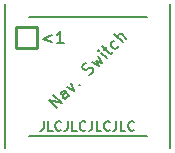
<source format=gto>
G04 #@! TF.GenerationSoftware,KiCad,Pcbnew,7.0.7*
G04 #@! TF.CreationDate,2023-09-18T19:37:29-04:00*
G04 #@! TF.ProjectId,Nav Switch Mount,4e617620-5377-4697-9463-68204d6f756e,rev?*
G04 #@! TF.SameCoordinates,Original*
G04 #@! TF.FileFunction,Legend,Top*
G04 #@! TF.FilePolarity,Positive*
%FSLAX46Y46*%
G04 Gerber Fmt 4.6, Leading zero omitted, Abs format (unit mm)*
G04 Created by KiCad (PCBNEW 7.0.7) date 2023-09-18 19:37:29*
%MOMM*%
%LPD*%
G01*
G04 APERTURE LIST*
G04 Aperture macros list*
%AMRoundRect*
0 Rectangle with rounded corners*
0 $1 Rounding radius*
0 $2 $3 $4 $5 $6 $7 $8 $9 X,Y pos of 4 corners*
0 Add a 4 corners polygon primitive as box body*
4,1,4,$2,$3,$4,$5,$6,$7,$8,$9,$2,$3,0*
0 Add four circle primitives for the rounded corners*
1,1,$1+$1,$2,$3*
1,1,$1+$1,$4,$5*
1,1,$1+$1,$6,$7*
1,1,$1+$1,$8,$9*
0 Add four rect primitives between the rounded corners*
20,1,$1+$1,$2,$3,$4,$5,0*
20,1,$1+$1,$4,$5,$6,$7,0*
20,1,$1+$1,$6,$7,$8,$9,0*
20,1,$1+$1,$8,$9,$2,$3,0*%
G04 Aperture macros list end*
%ADD10C,0.150000*%
%ADD11C,0.127000*%
%ADD12C,0.000000*%
%ADD13C,2.100000*%
%ADD14RoundRect,0.102000X-0.900000X-0.900000X0.900000X-0.900000X0.900000X0.900000X-0.900000X0.900000X0*%
%ADD15C,1.712000*%
%ADD16C,2.004000*%
G04 APERTURE END LIST*
D10*
X152050000Y-58100000D02*
X152050000Y-45900000D01*
X166050000Y-45900000D02*
X166050000Y-58100000D01*
X155998684Y-48529902D02*
X155236779Y-48815616D01*
X155236779Y-48815616D02*
X155998684Y-49101330D01*
X156998683Y-49196569D02*
X156427255Y-49196569D01*
X156712969Y-49196569D02*
X156712969Y-48196569D01*
X156712969Y-48196569D02*
X156617731Y-48339426D01*
X156617731Y-48339426D02*
X156522493Y-48434664D01*
X156522493Y-48434664D02*
X156427255Y-48482283D01*
X155308445Y-55794295D02*
X155308445Y-56365723D01*
X155308445Y-56365723D02*
X155270350Y-56480009D01*
X155270350Y-56480009D02*
X155194159Y-56556200D01*
X155194159Y-56556200D02*
X155079874Y-56594295D01*
X155079874Y-56594295D02*
X155003683Y-56594295D01*
X156070350Y-56594295D02*
X155689398Y-56594295D01*
X155689398Y-56594295D02*
X155689398Y-55794295D01*
X156794160Y-56518104D02*
X156756064Y-56556200D01*
X156756064Y-56556200D02*
X156641779Y-56594295D01*
X156641779Y-56594295D02*
X156565588Y-56594295D01*
X156565588Y-56594295D02*
X156451302Y-56556200D01*
X156451302Y-56556200D02*
X156375112Y-56480009D01*
X156375112Y-56480009D02*
X156337017Y-56403819D01*
X156337017Y-56403819D02*
X156298921Y-56251438D01*
X156298921Y-56251438D02*
X156298921Y-56137152D01*
X156298921Y-56137152D02*
X156337017Y-55984771D01*
X156337017Y-55984771D02*
X156375112Y-55908580D01*
X156375112Y-55908580D02*
X156451302Y-55832390D01*
X156451302Y-55832390D02*
X156565588Y-55794295D01*
X156565588Y-55794295D02*
X156641779Y-55794295D01*
X156641779Y-55794295D02*
X156756064Y-55832390D01*
X156756064Y-55832390D02*
X156794160Y-55870485D01*
X157365588Y-55794295D02*
X157365588Y-56365723D01*
X157365588Y-56365723D02*
X157327493Y-56480009D01*
X157327493Y-56480009D02*
X157251302Y-56556200D01*
X157251302Y-56556200D02*
X157137017Y-56594295D01*
X157137017Y-56594295D02*
X157060826Y-56594295D01*
X158127493Y-56594295D02*
X157746541Y-56594295D01*
X157746541Y-56594295D02*
X157746541Y-55794295D01*
X158851303Y-56518104D02*
X158813207Y-56556200D01*
X158813207Y-56556200D02*
X158698922Y-56594295D01*
X158698922Y-56594295D02*
X158622731Y-56594295D01*
X158622731Y-56594295D02*
X158508445Y-56556200D01*
X158508445Y-56556200D02*
X158432255Y-56480009D01*
X158432255Y-56480009D02*
X158394160Y-56403819D01*
X158394160Y-56403819D02*
X158356064Y-56251438D01*
X158356064Y-56251438D02*
X158356064Y-56137152D01*
X158356064Y-56137152D02*
X158394160Y-55984771D01*
X158394160Y-55984771D02*
X158432255Y-55908580D01*
X158432255Y-55908580D02*
X158508445Y-55832390D01*
X158508445Y-55832390D02*
X158622731Y-55794295D01*
X158622731Y-55794295D02*
X158698922Y-55794295D01*
X158698922Y-55794295D02*
X158813207Y-55832390D01*
X158813207Y-55832390D02*
X158851303Y-55870485D01*
X159422731Y-55794295D02*
X159422731Y-56365723D01*
X159422731Y-56365723D02*
X159384636Y-56480009D01*
X159384636Y-56480009D02*
X159308445Y-56556200D01*
X159308445Y-56556200D02*
X159194160Y-56594295D01*
X159194160Y-56594295D02*
X159117969Y-56594295D01*
X160184636Y-56594295D02*
X159803684Y-56594295D01*
X159803684Y-56594295D02*
X159803684Y-55794295D01*
X160908446Y-56518104D02*
X160870350Y-56556200D01*
X160870350Y-56556200D02*
X160756065Y-56594295D01*
X160756065Y-56594295D02*
X160679874Y-56594295D01*
X160679874Y-56594295D02*
X160565588Y-56556200D01*
X160565588Y-56556200D02*
X160489398Y-56480009D01*
X160489398Y-56480009D02*
X160451303Y-56403819D01*
X160451303Y-56403819D02*
X160413207Y-56251438D01*
X160413207Y-56251438D02*
X160413207Y-56137152D01*
X160413207Y-56137152D02*
X160451303Y-55984771D01*
X160451303Y-55984771D02*
X160489398Y-55908580D01*
X160489398Y-55908580D02*
X160565588Y-55832390D01*
X160565588Y-55832390D02*
X160679874Y-55794295D01*
X160679874Y-55794295D02*
X160756065Y-55794295D01*
X160756065Y-55794295D02*
X160870350Y-55832390D01*
X160870350Y-55832390D02*
X160908446Y-55870485D01*
X161479874Y-55794295D02*
X161479874Y-56365723D01*
X161479874Y-56365723D02*
X161441779Y-56480009D01*
X161441779Y-56480009D02*
X161365588Y-56556200D01*
X161365588Y-56556200D02*
X161251303Y-56594295D01*
X161251303Y-56594295D02*
X161175112Y-56594295D01*
X162241779Y-56594295D02*
X161860827Y-56594295D01*
X161860827Y-56594295D02*
X161860827Y-55794295D01*
X162965589Y-56518104D02*
X162927493Y-56556200D01*
X162927493Y-56556200D02*
X162813208Y-56594295D01*
X162813208Y-56594295D02*
X162737017Y-56594295D01*
X162737017Y-56594295D02*
X162622731Y-56556200D01*
X162622731Y-56556200D02*
X162546541Y-56480009D01*
X162546541Y-56480009D02*
X162508446Y-56403819D01*
X162508446Y-56403819D02*
X162470350Y-56251438D01*
X162470350Y-56251438D02*
X162470350Y-56137152D01*
X162470350Y-56137152D02*
X162508446Y-55984771D01*
X162508446Y-55984771D02*
X162546541Y-55908580D01*
X162546541Y-55908580D02*
X162622731Y-55832390D01*
X162622731Y-55832390D02*
X162737017Y-55794295D01*
X162737017Y-55794295D02*
X162813208Y-55794295D01*
X162813208Y-55794295D02*
X162927493Y-55832390D01*
X162927493Y-55832390D02*
X162965589Y-55870485D01*
X156442162Y-54676047D02*
X155735055Y-53968940D01*
X155735055Y-53968940D02*
X156846223Y-54271986D01*
X156846223Y-54271986D02*
X156139116Y-53564879D01*
X157485986Y-53632223D02*
X157115597Y-53261834D01*
X157115597Y-53261834D02*
X157014582Y-53228162D01*
X157014582Y-53228162D02*
X156913567Y-53261834D01*
X156913567Y-53261834D02*
X156778880Y-53396521D01*
X156778880Y-53396521D02*
X156745208Y-53497536D01*
X157452315Y-53598551D02*
X157418643Y-53699566D01*
X157418643Y-53699566D02*
X157250284Y-53867925D01*
X157250284Y-53867925D02*
X157149269Y-53901597D01*
X157149269Y-53901597D02*
X157048254Y-53867925D01*
X157048254Y-53867925D02*
X156980910Y-53800582D01*
X156980910Y-53800582D02*
X156947238Y-53699566D01*
X156947238Y-53699566D02*
X156980910Y-53598551D01*
X156980910Y-53598551D02*
X157149269Y-53430192D01*
X157149269Y-53430192D02*
X157182941Y-53329177D01*
X157283956Y-52891444D02*
X157923719Y-53194490D01*
X157923719Y-53194490D02*
X157620673Y-52554727D01*
X158294109Y-52689414D02*
X158361452Y-52689414D01*
X158361452Y-52689414D02*
X158361452Y-52756757D01*
X158361452Y-52756757D02*
X158294109Y-52756757D01*
X158294109Y-52756757D02*
X158294109Y-52689414D01*
X158294109Y-52689414D02*
X158361452Y-52756757D01*
X159169574Y-51881292D02*
X159304261Y-51813948D01*
X159304261Y-51813948D02*
X159472620Y-51645590D01*
X159472620Y-51645590D02*
X159506291Y-51544574D01*
X159506291Y-51544574D02*
X159506291Y-51477231D01*
X159506291Y-51477231D02*
X159472620Y-51376216D01*
X159472620Y-51376216D02*
X159405276Y-51308872D01*
X159405276Y-51308872D02*
X159304261Y-51275200D01*
X159304261Y-51275200D02*
X159236917Y-51275200D01*
X159236917Y-51275200D02*
X159135902Y-51308872D01*
X159135902Y-51308872D02*
X158967543Y-51409887D01*
X158967543Y-51409887D02*
X158866528Y-51443559D01*
X158866528Y-51443559D02*
X158799185Y-51443559D01*
X158799185Y-51443559D02*
X158698169Y-51409887D01*
X158698169Y-51409887D02*
X158630826Y-51342544D01*
X158630826Y-51342544D02*
X158597154Y-51241529D01*
X158597154Y-51241529D02*
X158597154Y-51174185D01*
X158597154Y-51174185D02*
X158630826Y-51073170D01*
X158630826Y-51073170D02*
X158799185Y-50904811D01*
X158799185Y-50904811D02*
X158933872Y-50837468D01*
X159371604Y-50803796D02*
X159977696Y-51140513D01*
X159977696Y-51140513D02*
X159775665Y-50669109D01*
X159775665Y-50669109D02*
X160247070Y-50871139D01*
X160247070Y-50871139D02*
X159910352Y-50265048D01*
X160651131Y-50467078D02*
X160179726Y-49995674D01*
X159944024Y-49759971D02*
X159944024Y-49827315D01*
X159944024Y-49827315D02*
X160011368Y-49827315D01*
X160011368Y-49827315D02*
X160011368Y-49759971D01*
X160011368Y-49759971D02*
X159944024Y-49759971D01*
X159944024Y-49759971D02*
X160011368Y-49827315D01*
X160415428Y-49759972D02*
X160684802Y-49490598D01*
X160280741Y-49423254D02*
X160886833Y-50029346D01*
X160886833Y-50029346D02*
X160987848Y-50063018D01*
X160987848Y-50063018D02*
X161088863Y-50029346D01*
X161088863Y-50029346D02*
X161156207Y-49962002D01*
X161661284Y-49389582D02*
X161627612Y-49490598D01*
X161627612Y-49490598D02*
X161492925Y-49625285D01*
X161492925Y-49625285D02*
X161391909Y-49658956D01*
X161391909Y-49658956D02*
X161324566Y-49658956D01*
X161324566Y-49658956D02*
X161223551Y-49625285D01*
X161223551Y-49625285D02*
X161021520Y-49423254D01*
X161021520Y-49423254D02*
X160987848Y-49322239D01*
X160987848Y-49322239D02*
X160987848Y-49254895D01*
X160987848Y-49254895D02*
X161021520Y-49153880D01*
X161021520Y-49153880D02*
X161156207Y-49019193D01*
X161156207Y-49019193D02*
X161257222Y-48985521D01*
X161998001Y-49120208D02*
X161290894Y-48413101D01*
X162301047Y-48817162D02*
X161930658Y-48446773D01*
X161930658Y-48446773D02*
X161829642Y-48413101D01*
X161829642Y-48413101D02*
X161728627Y-48446773D01*
X161728627Y-48446773D02*
X161627612Y-48547788D01*
X161627612Y-48547788D02*
X161593940Y-48648804D01*
X161593940Y-48648804D02*
X161593940Y-48716147D01*
D11*
X154050000Y-46975000D02*
X164050000Y-46975000D01*
X154050000Y-57025000D02*
X164050000Y-57025000D01*
%LPC*%
D12*
G36*
X168234937Y-55243364D02*
G01*
X168235541Y-55243409D01*
X168236143Y-55243483D01*
X168236740Y-55243585D01*
X168237333Y-55243715D01*
X168237920Y-55243872D01*
X168238501Y-55244054D01*
X168239074Y-55244262D01*
X168239638Y-55244495D01*
X168240194Y-55244751D01*
X168240739Y-55245031D01*
X168241273Y-55245332D01*
X168241795Y-55245656D01*
X168242304Y-55246000D01*
X168242800Y-55246365D01*
X168243281Y-55246749D01*
X168243746Y-55247151D01*
X168244195Y-55247571D01*
X168244627Y-55248009D01*
X168245040Y-55248463D01*
X168245435Y-55248933D01*
X168245809Y-55249417D01*
X168246162Y-55249916D01*
X168246494Y-55250429D01*
X168246803Y-55250954D01*
X168247088Y-55251491D01*
X168247349Y-55252039D01*
X168247584Y-55252598D01*
X168247793Y-55253166D01*
X168247975Y-55253744D01*
X168248129Y-55254330D01*
X168248254Y-55254923D01*
X168298503Y-55524870D01*
X168298630Y-55525468D01*
X168298784Y-55526068D01*
X168299170Y-55527271D01*
X168299655Y-55528469D01*
X168300232Y-55529656D01*
X168300893Y-55530824D01*
X168301633Y-55531964D01*
X168302444Y-55533069D01*
X168303319Y-55534132D01*
X168304253Y-55535143D01*
X168305238Y-55536096D01*
X168306266Y-55536982D01*
X168307333Y-55537794D01*
X168308430Y-55538524D01*
X168309552Y-55539164D01*
X168310119Y-55539448D01*
X168310690Y-55539706D01*
X168311264Y-55539938D01*
X168311839Y-55540143D01*
X168492767Y-55614206D01*
X168493891Y-55614701D01*
X168495083Y-55615115D01*
X168496333Y-55615447D01*
X168497629Y-55615700D01*
X168498963Y-55615873D01*
X168500322Y-55615967D01*
X168501697Y-55615984D01*
X168503077Y-55615923D01*
X168504451Y-55615786D01*
X168505810Y-55615573D01*
X168507142Y-55615285D01*
X168508438Y-55614923D01*
X168509686Y-55614487D01*
X168510876Y-55613979D01*
X168511998Y-55613398D01*
X168513041Y-55612746D01*
X168738566Y-55457982D01*
X168739074Y-55457652D01*
X168739597Y-55457346D01*
X168740134Y-55457067D01*
X168740683Y-55456813D01*
X168741245Y-55456584D01*
X168741816Y-55456381D01*
X168742397Y-55456203D01*
X168742987Y-55456050D01*
X168743583Y-55455923D01*
X168744185Y-55455820D01*
X168745402Y-55455688D01*
X168746628Y-55455655D01*
X168747855Y-55455720D01*
X168749074Y-55455881D01*
X168750274Y-55456139D01*
X168751447Y-55456491D01*
X168752021Y-55456703D01*
X168752584Y-55456938D01*
X168753136Y-55457196D01*
X168753676Y-55457478D01*
X168754202Y-55457782D01*
X168754713Y-55458110D01*
X168755208Y-55458461D01*
X168755686Y-55458834D01*
X168756145Y-55459231D01*
X168756585Y-55459649D01*
X168946515Y-55649579D01*
X168946934Y-55650019D01*
X168947330Y-55650479D01*
X168947703Y-55650957D01*
X168948053Y-55651453D01*
X168948381Y-55651964D01*
X168948685Y-55652490D01*
X168949223Y-55653583D01*
X168949667Y-55654721D01*
X168950018Y-55655896D01*
X168950273Y-55657097D01*
X168950433Y-55658317D01*
X168950496Y-55659546D01*
X168950462Y-55660774D01*
X168950331Y-55661992D01*
X168950101Y-55663191D01*
X168949772Y-55664363D01*
X168949570Y-55664935D01*
X168949343Y-55665496D01*
X168949091Y-55666046D01*
X168948813Y-55666584D01*
X168948510Y-55667107D01*
X168948182Y-55667615D01*
X168796118Y-55889250D01*
X168795464Y-55890297D01*
X168794883Y-55891421D01*
X168794377Y-55892611D01*
X168793946Y-55893856D01*
X168793590Y-55895147D01*
X168793310Y-55896473D01*
X168793108Y-55897824D01*
X168792982Y-55899190D01*
X168792935Y-55900561D01*
X168792967Y-55901926D01*
X168793078Y-55903276D01*
X168793269Y-55904599D01*
X168793541Y-55905886D01*
X168793894Y-55907127D01*
X168794330Y-55908311D01*
X168794848Y-55909429D01*
X168874849Y-56096072D01*
X168875306Y-56097218D01*
X168875868Y-56098354D01*
X168876526Y-56099472D01*
X168877274Y-56100566D01*
X168878103Y-56101630D01*
X168879004Y-56102656D01*
X168879971Y-56103637D01*
X168880995Y-56104568D01*
X168882069Y-56105440D01*
X168883184Y-56106248D01*
X168884332Y-56106985D01*
X168885505Y-56107644D01*
X168886697Y-56108217D01*
X168887898Y-56108699D01*
X168889101Y-56109082D01*
X168890297Y-56109361D01*
X169151290Y-56157895D01*
X169151881Y-56158022D01*
X169152466Y-56158179D01*
X169153042Y-56158363D01*
X169153609Y-56158574D01*
X169154167Y-56158812D01*
X169154714Y-56159074D01*
X169155250Y-56159361D01*
X169155774Y-56159671D01*
X169156784Y-56160358D01*
X169157736Y-56161128D01*
X169158626Y-56161975D01*
X169159448Y-56162890D01*
X169160195Y-56163867D01*
X169160861Y-56164899D01*
X169161441Y-56165979D01*
X169161696Y-56166535D01*
X169161928Y-56167100D01*
X169162135Y-56167673D01*
X169162317Y-56168254D01*
X169162472Y-56168842D01*
X169162601Y-56169436D01*
X169162702Y-56170034D01*
X169162775Y-56170637D01*
X169162818Y-56171242D01*
X169162832Y-56171850D01*
X169162800Y-56440463D01*
X169162785Y-56441070D01*
X169162740Y-56441675D01*
X169162666Y-56442277D01*
X169162563Y-56442875D01*
X169162433Y-56443468D01*
X169162276Y-56444056D01*
X169162093Y-56444637D01*
X169161885Y-56445211D01*
X169161652Y-56445777D01*
X169161395Y-56446333D01*
X169161115Y-56446880D01*
X169160812Y-56447415D01*
X169160488Y-56447938D01*
X169160144Y-56448449D01*
X169159779Y-56448946D01*
X169159394Y-56449428D01*
X169158992Y-56449894D01*
X169158571Y-56450344D01*
X169158133Y-56450777D01*
X169157679Y-56451191D01*
X169157209Y-56451586D01*
X169156724Y-56451961D01*
X169156226Y-56452315D01*
X169155714Y-56452647D01*
X169155189Y-56452956D01*
X169154652Y-56453241D01*
X169154105Y-56453502D01*
X169153547Y-56453737D01*
X169152979Y-56453945D01*
X169152403Y-56454127D01*
X169151818Y-56454279D01*
X169151226Y-56454403D01*
X168896647Y-56501778D01*
X168896048Y-56501901D01*
X168895448Y-56502052D01*
X168894847Y-56502229D01*
X168894246Y-56502433D01*
X168893051Y-56502914D01*
X168891870Y-56503490D01*
X168890711Y-56504152D01*
X168889580Y-56504894D01*
X168888487Y-56505708D01*
X168887437Y-56506589D01*
X168886440Y-56507528D01*
X168885501Y-56508519D01*
X168884631Y-56509555D01*
X168883834Y-56510628D01*
X168883120Y-56511733D01*
X168882496Y-56512861D01*
X168881970Y-56514007D01*
X168881746Y-56514584D01*
X168881549Y-56515162D01*
X168802072Y-56713697D01*
X168801580Y-56714826D01*
X168801170Y-56716022D01*
X168800841Y-56717274D01*
X168800592Y-56718573D01*
X168800423Y-56719906D01*
X168800332Y-56721266D01*
X168800319Y-56722640D01*
X168800383Y-56724018D01*
X168800523Y-56725391D01*
X168800738Y-56726748D01*
X168801027Y-56728078D01*
X168801391Y-56729372D01*
X168801827Y-56730618D01*
X168802335Y-56731807D01*
X168802914Y-56732928D01*
X168803564Y-56733971D01*
X168948182Y-56944699D01*
X168948513Y-56945207D01*
X168948818Y-56945730D01*
X168949098Y-56946268D01*
X168949352Y-56946818D01*
X168949580Y-56947380D01*
X168949784Y-56947952D01*
X168949961Y-56948534D01*
X168950114Y-56949125D01*
X168950242Y-56949722D01*
X168950345Y-56950325D01*
X168950476Y-56951545D01*
X168950509Y-56952774D01*
X168950445Y-56954004D01*
X168950283Y-56955226D01*
X168950026Y-56956429D01*
X168949674Y-56957605D01*
X168949462Y-56958180D01*
X168949227Y-56958744D01*
X168948969Y-56959297D01*
X168948687Y-56959838D01*
X168948382Y-56960364D01*
X168948055Y-56960876D01*
X168947704Y-56961372D01*
X168947330Y-56961850D01*
X168946934Y-56962310D01*
X168946515Y-56962750D01*
X168756554Y-57152680D01*
X168756116Y-57153096D01*
X168755659Y-57153490D01*
X168755183Y-57153861D01*
X168754690Y-57154209D01*
X168754180Y-57154535D01*
X168753656Y-57154837D01*
X168752566Y-57155374D01*
X168751430Y-57155818D01*
X168750256Y-57156169D01*
X168749055Y-57156425D01*
X168747836Y-57156586D01*
X168746607Y-57156651D01*
X168745378Y-57156619D01*
X168744159Y-57156489D01*
X168742959Y-57156261D01*
X168741787Y-57155934D01*
X168741215Y-57155732D01*
X168740653Y-57155506D01*
X168740103Y-57155254D01*
X168739565Y-57154977D01*
X168739042Y-57154675D01*
X168738534Y-57154347D01*
X168531521Y-57012269D01*
X168530481Y-57011621D01*
X168529366Y-57011053D01*
X168528188Y-57010565D01*
X168526956Y-57010157D01*
X168525680Y-57009830D01*
X168524371Y-57009583D01*
X168523039Y-57009417D01*
X168521694Y-57009332D01*
X168520346Y-57009328D01*
X168519004Y-57009405D01*
X168517681Y-57009564D01*
X168516384Y-57009804D01*
X168515125Y-57010126D01*
X168513914Y-57010531D01*
X168512761Y-57011017D01*
X168511676Y-57011586D01*
X168420386Y-57060327D01*
X168419840Y-57060586D01*
X168419290Y-57060815D01*
X168418736Y-57061012D01*
X168418179Y-57061178D01*
X168417621Y-57061314D01*
X168417062Y-57061420D01*
X168416503Y-57061497D01*
X168415946Y-57061544D01*
X168415390Y-57061563D01*
X168414838Y-57061552D01*
X168414289Y-57061514D01*
X168413746Y-57061448D01*
X168413208Y-57061354D01*
X168412677Y-57061233D01*
X168412155Y-57061085D01*
X168411640Y-57060910D01*
X168411136Y-57060710D01*
X168410642Y-57060483D01*
X168410160Y-57060232D01*
X168409691Y-57059955D01*
X168409235Y-57059653D01*
X168408793Y-57059327D01*
X168408367Y-57058977D01*
X168407957Y-57058603D01*
X168407565Y-57058206D01*
X168407191Y-57057786D01*
X168406836Y-57057343D01*
X168406501Y-57056878D01*
X168406188Y-57056391D01*
X168405896Y-57055882D01*
X168405628Y-57055353D01*
X168405383Y-57054802D01*
X168217168Y-56599974D01*
X168216950Y-56599408D01*
X168216762Y-56598834D01*
X168216601Y-56598252D01*
X168216469Y-56597663D01*
X168216365Y-56597070D01*
X168216287Y-56596472D01*
X168216237Y-56595871D01*
X168216214Y-56595268D01*
X168216217Y-56594663D01*
X168216246Y-56594059D01*
X168216300Y-56593456D01*
X168216379Y-56592855D01*
X168216484Y-56592258D01*
X168216612Y-56591664D01*
X168216765Y-56591077D01*
X168216942Y-56590496D01*
X168217142Y-56589922D01*
X168217365Y-56589357D01*
X168217610Y-56588802D01*
X168217878Y-56588258D01*
X168218167Y-56587726D01*
X168218479Y-56587207D01*
X168218811Y-56586702D01*
X168219164Y-56586212D01*
X168219537Y-56585738D01*
X168219931Y-56585282D01*
X168220344Y-56584844D01*
X168220777Y-56584426D01*
X168221228Y-56584029D01*
X168221698Y-56583653D01*
X168222187Y-56583299D01*
X168222693Y-56582970D01*
X168245539Y-56568983D01*
X168247184Y-56567936D01*
X168248939Y-56566741D01*
X168250773Y-56565423D01*
X168252652Y-56564010D01*
X168254543Y-56562527D01*
X168256412Y-56560999D01*
X168258227Y-56559454D01*
X168259955Y-56557917D01*
X168275079Y-56547565D01*
X168289512Y-56536326D01*
X168303216Y-56524237D01*
X168316151Y-56511340D01*
X168328278Y-56497672D01*
X168339556Y-56483273D01*
X168349948Y-56468182D01*
X168359413Y-56452438D01*
X168367912Y-56436081D01*
X168375406Y-56419149D01*
X168381854Y-56401682D01*
X168387219Y-56383719D01*
X168391460Y-56365299D01*
X168394538Y-56346461D01*
X168396414Y-56327245D01*
X168397048Y-56307689D01*
X168396662Y-56292402D01*
X168395514Y-56277315D01*
X168393625Y-56262448D01*
X168391013Y-56247819D01*
X168387696Y-56233447D01*
X168383693Y-56219350D01*
X168379023Y-56205547D01*
X168373704Y-56192057D01*
X168367755Y-56178898D01*
X168361195Y-56166089D01*
X168354043Y-56153649D01*
X168346316Y-56141596D01*
X168338034Y-56129949D01*
X168329215Y-56118727D01*
X168319879Y-56107949D01*
X168310043Y-56097632D01*
X168299727Y-56087796D01*
X168288949Y-56078459D01*
X168277727Y-56069640D01*
X168266081Y-56061358D01*
X168254029Y-56053631D01*
X168241589Y-56046478D01*
X168228781Y-56039918D01*
X168215623Y-56033969D01*
X168202134Y-56028650D01*
X168188332Y-56023980D01*
X168174236Y-56019977D01*
X168159864Y-56016660D01*
X168145237Y-56014048D01*
X168130371Y-56012159D01*
X168115286Y-56011012D01*
X168100000Y-56010625D01*
X168084714Y-56011012D01*
X168069629Y-56012159D01*
X168054763Y-56014048D01*
X168040135Y-56016660D01*
X168025763Y-56019977D01*
X168011667Y-56023980D01*
X167997865Y-56028650D01*
X167984375Y-56033969D01*
X167971216Y-56039918D01*
X167958407Y-56046478D01*
X167945967Y-56053631D01*
X167933914Y-56061358D01*
X167922267Y-56069640D01*
X167911045Y-56078459D01*
X167900266Y-56087796D01*
X167889949Y-56097632D01*
X167880112Y-56107949D01*
X167870775Y-56118727D01*
X167861956Y-56129949D01*
X167853673Y-56141596D01*
X167845946Y-56153649D01*
X167838793Y-56166089D01*
X167832232Y-56178898D01*
X167826283Y-56192057D01*
X167820963Y-56205547D01*
X167816293Y-56219350D01*
X167812289Y-56233447D01*
X167808972Y-56247819D01*
X167806359Y-56262448D01*
X167804470Y-56277315D01*
X167803323Y-56292402D01*
X167802936Y-56307689D01*
X167803095Y-56317507D01*
X167803570Y-56327245D01*
X167804356Y-56336898D01*
X167805447Y-56346461D01*
X167806838Y-56355930D01*
X167808525Y-56365299D01*
X167810503Y-56374564D01*
X167812767Y-56383719D01*
X167815312Y-56392760D01*
X167818133Y-56401682D01*
X167821225Y-56410480D01*
X167824583Y-56419149D01*
X167828202Y-56427684D01*
X167832077Y-56436081D01*
X167840577Y-56452438D01*
X167850043Y-56468182D01*
X167860435Y-56483273D01*
X167871713Y-56497672D01*
X167883840Y-56511340D01*
X167896774Y-56524237D01*
X167910476Y-56536326D01*
X167924908Y-56547565D01*
X167940029Y-56557917D01*
X167941767Y-56559454D01*
X167943588Y-56560999D01*
X167945461Y-56562527D01*
X167947354Y-56564010D01*
X167949234Y-56565423D01*
X167951069Y-56566741D01*
X167952828Y-56567936D01*
X167954477Y-56568983D01*
X167977323Y-56582970D01*
X167977832Y-56583299D01*
X167978323Y-56583653D01*
X167978795Y-56584029D01*
X167979249Y-56584426D01*
X167979683Y-56584844D01*
X167980098Y-56585282D01*
X167980868Y-56586212D01*
X167981555Y-56587207D01*
X167982156Y-56588258D01*
X167982670Y-56589357D01*
X167983092Y-56590496D01*
X167983420Y-56591664D01*
X167983652Y-56592855D01*
X167983784Y-56594059D01*
X167983813Y-56595268D01*
X167983737Y-56596472D01*
X167983659Y-56597070D01*
X167983553Y-56597663D01*
X167983419Y-56598252D01*
X167983257Y-56598834D01*
X167983067Y-56599408D01*
X167982848Y-56599974D01*
X167794617Y-57054786D01*
X167794372Y-57055337D01*
X167794104Y-57055867D01*
X167793812Y-57056376D01*
X167793498Y-57056863D01*
X167793163Y-57057328D01*
X167792808Y-57057771D01*
X167792433Y-57058192D01*
X167792040Y-57058590D01*
X167791630Y-57058964D01*
X167791204Y-57059314D01*
X167790762Y-57059641D01*
X167790305Y-57059943D01*
X167789835Y-57060220D01*
X167789353Y-57060473D01*
X167788858Y-57060699D01*
X167788354Y-57060900D01*
X167787839Y-57061075D01*
X167787316Y-57061223D01*
X167786785Y-57061345D01*
X167786247Y-57061439D01*
X167785704Y-57061505D01*
X167785155Y-57061544D01*
X167784603Y-57061554D01*
X167784048Y-57061535D01*
X167783490Y-57061487D01*
X167782932Y-57061410D01*
X167782374Y-57061304D01*
X167781816Y-57061167D01*
X167781260Y-57060999D01*
X167780707Y-57060801D01*
X167780158Y-57060572D01*
X167779614Y-57060311D01*
X167688324Y-57011570D01*
X167687242Y-57011002D01*
X167686090Y-57010515D01*
X167684881Y-57010112D01*
X167683623Y-57009790D01*
X167682327Y-57009551D01*
X167681003Y-57009393D01*
X167679661Y-57009317D01*
X167678312Y-57009322D01*
X167676966Y-57009408D01*
X167675633Y-57009574D01*
X167674323Y-57009821D01*
X167673046Y-57010148D01*
X167671814Y-57010555D01*
X167670634Y-57011042D01*
X167669519Y-57011608D01*
X167668479Y-57012253D01*
X167461482Y-57154331D01*
X167460972Y-57154659D01*
X167460448Y-57154962D01*
X167459909Y-57155239D01*
X167459358Y-57155490D01*
X167458796Y-57155717D01*
X167458222Y-57155918D01*
X167457640Y-57156094D01*
X167457050Y-57156245D01*
X167456452Y-57156372D01*
X167455849Y-57156473D01*
X167454630Y-57156603D01*
X167453401Y-57156635D01*
X167452172Y-57156570D01*
X167450953Y-57156409D01*
X167449751Y-57156153D01*
X167448578Y-57155802D01*
X167448004Y-57155592D01*
X167447441Y-57155358D01*
X167446889Y-57155101D01*
X167446350Y-57154821D01*
X167445825Y-57154519D01*
X167445314Y-57154193D01*
X167444820Y-57153845D01*
X167444343Y-57153474D01*
X167443885Y-57153080D01*
X167443446Y-57152664D01*
X167253485Y-56962734D01*
X167253067Y-56962294D01*
X167252672Y-56961834D01*
X167252300Y-56961356D01*
X167251951Y-56960860D01*
X167251624Y-56960349D01*
X167251320Y-56959822D01*
X167250782Y-56958728D01*
X167250337Y-56957589D01*
X167249985Y-56956413D01*
X167249728Y-56955210D01*
X167249567Y-56953988D01*
X167249502Y-56952758D01*
X167249535Y-56951529D01*
X167249665Y-56950309D01*
X167249895Y-56949109D01*
X167250224Y-56947937D01*
X167250426Y-56947364D01*
X167250653Y-56946802D01*
X167250906Y-56946252D01*
X167251184Y-56945714D01*
X167251488Y-56945191D01*
X167251818Y-56944683D01*
X167396420Y-56733955D01*
X167397075Y-56732912D01*
X167397659Y-56731791D01*
X167398171Y-56730603D01*
X167398609Y-56729356D01*
X167398975Y-56728063D01*
X167399265Y-56726732D01*
X167399481Y-56725376D01*
X167399621Y-56724003D01*
X167399685Y-56722624D01*
X167399671Y-56721250D01*
X167399580Y-56719891D01*
X167399410Y-56718557D01*
X167399160Y-56717258D01*
X167398831Y-56716006D01*
X167398420Y-56714810D01*
X167397928Y-56713681D01*
X167318451Y-56515146D01*
X167318255Y-56514568D01*
X167318032Y-56513991D01*
X167317507Y-56512845D01*
X167316883Y-56511717D01*
X167316168Y-56510612D01*
X167315370Y-56509539D01*
X167314496Y-56508503D01*
X167313555Y-56507512D01*
X167312555Y-56506573D01*
X167311503Y-56505692D01*
X167310406Y-56504878D01*
X167309273Y-56504136D01*
X167308112Y-56503474D01*
X167306930Y-56502899D01*
X167305735Y-56502417D01*
X167304534Y-56502036D01*
X167303935Y-56501885D01*
X167303337Y-56501762D01*
X167048758Y-56454387D01*
X167048165Y-56454263D01*
X167047579Y-56454111D01*
X167047002Y-56453930D01*
X167046433Y-56453721D01*
X167045874Y-56453486D01*
X167045326Y-56453225D01*
X167044789Y-56452940D01*
X167044264Y-56452631D01*
X167043752Y-56452299D01*
X167043253Y-56451945D01*
X167042298Y-56451175D01*
X167041407Y-56450328D01*
X167040584Y-56449412D01*
X167039835Y-56448433D01*
X167039168Y-56447399D01*
X167038586Y-56446317D01*
X167038097Y-56445195D01*
X167037889Y-56444621D01*
X167037707Y-56444040D01*
X167037550Y-56443452D01*
X167037420Y-56442859D01*
X167037318Y-56442261D01*
X167037244Y-56441659D01*
X167037199Y-56441054D01*
X167037184Y-56440447D01*
X167037168Y-56171834D01*
X167037183Y-56171228D01*
X167037228Y-56170623D01*
X167037302Y-56170022D01*
X167037404Y-56169425D01*
X167037533Y-56168833D01*
X167037690Y-56168246D01*
X167037872Y-56167666D01*
X167038079Y-56167093D01*
X167038311Y-56166529D01*
X167038567Y-56165974D01*
X167038846Y-56165429D01*
X167039148Y-56164895D01*
X167039471Y-56164373D01*
X167039814Y-56163864D01*
X167040179Y-56163369D01*
X167040562Y-56162888D01*
X167040964Y-56162422D01*
X167041384Y-56161973D01*
X167041822Y-56161541D01*
X167042276Y-56161128D01*
X167042745Y-56160733D01*
X167043230Y-56160358D01*
X167043729Y-56160004D01*
X167044241Y-56159671D01*
X167044767Y-56159361D01*
X167045304Y-56159074D01*
X167045853Y-56158812D01*
X167046413Y-56158574D01*
X167046982Y-56158363D01*
X167047561Y-56158179D01*
X167048148Y-56158022D01*
X167048742Y-56157895D01*
X167309719Y-56109361D01*
X167310319Y-56109235D01*
X167310921Y-56109082D01*
X167312128Y-56108699D01*
X167313332Y-56108217D01*
X167314526Y-56107644D01*
X167315701Y-56106985D01*
X167316851Y-56106248D01*
X167317966Y-56105440D01*
X167319038Y-56104568D01*
X167320062Y-56103637D01*
X167321027Y-56102656D01*
X167321927Y-56101630D01*
X167322753Y-56100566D01*
X167323498Y-56099472D01*
X167324154Y-56098354D01*
X167324713Y-56097218D01*
X167324953Y-56096646D01*
X167325167Y-56096072D01*
X167405184Y-55909429D01*
X167405699Y-55908311D01*
X167406132Y-55907127D01*
X167406484Y-55905886D01*
X167406754Y-55904599D01*
X167406944Y-55903276D01*
X167407055Y-55901926D01*
X167407086Y-55900561D01*
X167407040Y-55899190D01*
X167406915Y-55897824D01*
X167406714Y-55896473D01*
X167406437Y-55895147D01*
X167406084Y-55893856D01*
X167405656Y-55892611D01*
X167405154Y-55891421D01*
X167404578Y-55890297D01*
X167403930Y-55889250D01*
X167251849Y-55667615D01*
X167251519Y-55667107D01*
X167251214Y-55666584D01*
X167250934Y-55666046D01*
X167250681Y-55665496D01*
X167250452Y-55664935D01*
X167250250Y-55664363D01*
X167250072Y-55663781D01*
X167249920Y-55663191D01*
X167249792Y-55662595D01*
X167249690Y-55661992D01*
X167249560Y-55660774D01*
X167249528Y-55659546D01*
X167249593Y-55658317D01*
X167249755Y-55657097D01*
X167250013Y-55655896D01*
X167250365Y-55654721D01*
X167250576Y-55654147D01*
X167250811Y-55653583D01*
X167251069Y-55653030D01*
X167251350Y-55652490D01*
X167251655Y-55651964D01*
X167251982Y-55651453D01*
X167252331Y-55650957D01*
X167252704Y-55650479D01*
X167253099Y-55650019D01*
X167253516Y-55649579D01*
X167443462Y-55459649D01*
X167443901Y-55459231D01*
X167444359Y-55458834D01*
X167444836Y-55458461D01*
X167445330Y-55458110D01*
X167445841Y-55457782D01*
X167446366Y-55457478D01*
X167447457Y-55456938D01*
X167448594Y-55456491D01*
X167449767Y-55456139D01*
X167450969Y-55455881D01*
X167452188Y-55455720D01*
X167453417Y-55455655D01*
X167454645Y-55455688D01*
X167455865Y-55455820D01*
X167457065Y-55456050D01*
X167458238Y-55456381D01*
X167458811Y-55456584D01*
X167459374Y-55456813D01*
X167459925Y-55457067D01*
X167460464Y-55457346D01*
X167460988Y-55457652D01*
X167461498Y-55457982D01*
X167687006Y-55612746D01*
X167688047Y-55613398D01*
X167689166Y-55613979D01*
X167690355Y-55614487D01*
X167691601Y-55614923D01*
X167692895Y-55615285D01*
X167694226Y-55615573D01*
X167695585Y-55615786D01*
X167696959Y-55615923D01*
X167698339Y-55615984D01*
X167699715Y-55615967D01*
X167701075Y-55615873D01*
X167702409Y-55615700D01*
X167703708Y-55615447D01*
X167704959Y-55615115D01*
X167706154Y-55614701D01*
X167707281Y-55614206D01*
X167888224Y-55540143D01*
X167889376Y-55539706D01*
X167890516Y-55539164D01*
X167891639Y-55538524D01*
X167892737Y-55537794D01*
X167893804Y-55536982D01*
X167894833Y-55536096D01*
X167895817Y-55535143D01*
X167896750Y-55534132D01*
X167897625Y-55533069D01*
X167898435Y-55531964D01*
X167899173Y-55530824D01*
X167899834Y-55529656D01*
X167900410Y-55528469D01*
X167900894Y-55527271D01*
X167901280Y-55526068D01*
X167901561Y-55524870D01*
X167951793Y-55254923D01*
X167951918Y-55254330D01*
X167952072Y-55253744D01*
X167952254Y-55253166D01*
X167952463Y-55252598D01*
X167952699Y-55252039D01*
X167952960Y-55251491D01*
X167953245Y-55250954D01*
X167953554Y-55250429D01*
X167953885Y-55249916D01*
X167954238Y-55249417D01*
X167955007Y-55248463D01*
X167955851Y-55247571D01*
X167956765Y-55246749D01*
X167957741Y-55246000D01*
X167958771Y-55245332D01*
X167959849Y-55244751D01*
X167960404Y-55244495D01*
X167960967Y-55244262D01*
X167961539Y-55244054D01*
X167962119Y-55243872D01*
X167962705Y-55243715D01*
X167963297Y-55243585D01*
X167963893Y-55243483D01*
X167964493Y-55243409D01*
X167965096Y-55243364D01*
X167965701Y-55243349D01*
X168234331Y-55243349D01*
X168234937Y-55243364D01*
G37*
D13*
X150000000Y-56200000D03*
X168100000Y-47800000D03*
D14*
X153900000Y-48725000D03*
D15*
X153900000Y-52425000D03*
D16*
X153900000Y-55225000D03*
X164200000Y-55225000D03*
D15*
X164200000Y-52425000D03*
D16*
X164200000Y-48725000D03*
%LPD*%
M02*

</source>
